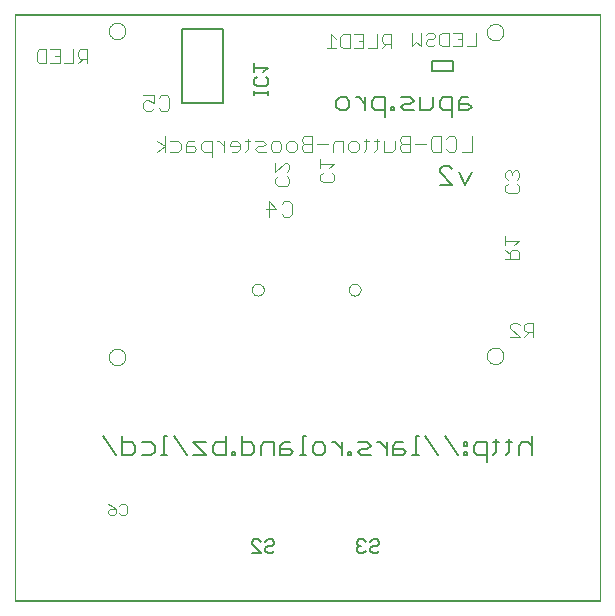
<source format=gbo>
G75*
G70*
%OFA0B0*%
%FSLAX24Y24*%
%IPPOS*%
%LPD*%
%AMOC8*
5,1,8,0,0,1.08239X$1,22.5*
%
%ADD10C,0.0000*%
%ADD11C,0.0040*%
%ADD12C,0.0060*%
%ADD13C,0.0050*%
%ADD14C,0.0030*%
D10*
X000736Y000100D02*
X000736Y019663D01*
X020252Y019663D01*
X020250Y019628D02*
X020250Y000128D01*
X000750Y000128D01*
X000750Y019628D01*
X020250Y019628D01*
X016477Y019071D02*
X016479Y019104D01*
X016485Y019136D01*
X016494Y019167D01*
X016507Y019197D01*
X016524Y019225D01*
X016544Y019251D01*
X016567Y019275D01*
X016592Y019295D01*
X016620Y019313D01*
X016649Y019327D01*
X016680Y019337D01*
X016712Y019344D01*
X016745Y019347D01*
X016778Y019346D01*
X016810Y019341D01*
X016841Y019332D01*
X016872Y019320D01*
X016900Y019304D01*
X016927Y019285D01*
X016951Y019263D01*
X016972Y019238D01*
X016991Y019211D01*
X017006Y019182D01*
X017017Y019152D01*
X017025Y019120D01*
X017029Y019087D01*
X017029Y019055D01*
X017025Y019022D01*
X017017Y018990D01*
X017006Y018960D01*
X016991Y018931D01*
X016972Y018904D01*
X016951Y018879D01*
X016927Y018857D01*
X016900Y018838D01*
X016872Y018822D01*
X016841Y018810D01*
X016810Y018801D01*
X016778Y018796D01*
X016745Y018795D01*
X016712Y018798D01*
X016680Y018805D01*
X016649Y018815D01*
X016620Y018829D01*
X016592Y018847D01*
X016567Y018867D01*
X016544Y018891D01*
X016524Y018917D01*
X016507Y018945D01*
X016494Y018975D01*
X016485Y019006D01*
X016479Y019038D01*
X016477Y019071D01*
X011871Y010489D02*
X011873Y010516D01*
X011879Y010543D01*
X011888Y010569D01*
X011901Y010593D01*
X011917Y010616D01*
X011936Y010635D01*
X011958Y010652D01*
X011982Y010666D01*
X012007Y010676D01*
X012034Y010683D01*
X012061Y010686D01*
X012089Y010685D01*
X012116Y010680D01*
X012142Y010672D01*
X012166Y010660D01*
X012189Y010644D01*
X012210Y010626D01*
X012227Y010605D01*
X012242Y010581D01*
X012253Y010556D01*
X012261Y010530D01*
X012265Y010503D01*
X012265Y010475D01*
X012261Y010448D01*
X012253Y010422D01*
X012242Y010397D01*
X012227Y010373D01*
X012210Y010352D01*
X012189Y010334D01*
X012167Y010318D01*
X012142Y010306D01*
X012116Y010298D01*
X012089Y010293D01*
X012061Y010292D01*
X012034Y010295D01*
X012007Y010302D01*
X011982Y010312D01*
X011958Y010326D01*
X011936Y010343D01*
X011917Y010362D01*
X011901Y010385D01*
X011888Y010409D01*
X011879Y010435D01*
X011873Y010462D01*
X011871Y010489D01*
X008643Y010489D02*
X008645Y010516D01*
X008651Y010543D01*
X008660Y010569D01*
X008673Y010593D01*
X008689Y010616D01*
X008708Y010635D01*
X008730Y010652D01*
X008754Y010666D01*
X008779Y010676D01*
X008806Y010683D01*
X008833Y010686D01*
X008861Y010685D01*
X008888Y010680D01*
X008914Y010672D01*
X008938Y010660D01*
X008961Y010644D01*
X008982Y010626D01*
X008999Y010605D01*
X009014Y010581D01*
X009025Y010556D01*
X009033Y010530D01*
X009037Y010503D01*
X009037Y010475D01*
X009033Y010448D01*
X009025Y010422D01*
X009014Y010397D01*
X008999Y010373D01*
X008982Y010352D01*
X008961Y010334D01*
X008939Y010318D01*
X008914Y010306D01*
X008888Y010298D01*
X008861Y010293D01*
X008833Y010292D01*
X008806Y010295D01*
X008779Y010302D01*
X008754Y010312D01*
X008730Y010326D01*
X008708Y010343D01*
X008689Y010362D01*
X008673Y010385D01*
X008660Y010409D01*
X008651Y010435D01*
X008645Y010462D01*
X008643Y010489D01*
X003879Y008245D02*
X003881Y008278D01*
X003887Y008310D01*
X003896Y008341D01*
X003909Y008371D01*
X003926Y008399D01*
X003946Y008425D01*
X003969Y008449D01*
X003994Y008469D01*
X004022Y008487D01*
X004051Y008501D01*
X004082Y008511D01*
X004114Y008518D01*
X004147Y008521D01*
X004180Y008520D01*
X004212Y008515D01*
X004243Y008506D01*
X004274Y008494D01*
X004302Y008478D01*
X004329Y008459D01*
X004353Y008437D01*
X004374Y008412D01*
X004393Y008385D01*
X004408Y008356D01*
X004419Y008326D01*
X004427Y008294D01*
X004431Y008261D01*
X004431Y008229D01*
X004427Y008196D01*
X004419Y008164D01*
X004408Y008134D01*
X004393Y008105D01*
X004374Y008078D01*
X004353Y008053D01*
X004329Y008031D01*
X004302Y008012D01*
X004274Y007996D01*
X004243Y007984D01*
X004212Y007975D01*
X004180Y007970D01*
X004147Y007969D01*
X004114Y007972D01*
X004082Y007979D01*
X004051Y007989D01*
X004022Y008003D01*
X003994Y008021D01*
X003969Y008041D01*
X003946Y008065D01*
X003926Y008091D01*
X003909Y008119D01*
X003896Y008149D01*
X003887Y008180D01*
X003881Y008212D01*
X003879Y008245D01*
X000736Y000100D02*
X020252Y000100D01*
X016477Y008284D02*
X016479Y008317D01*
X016485Y008349D01*
X016494Y008380D01*
X016507Y008410D01*
X016524Y008438D01*
X016544Y008464D01*
X016567Y008488D01*
X016592Y008508D01*
X016620Y008526D01*
X016649Y008540D01*
X016680Y008550D01*
X016712Y008557D01*
X016745Y008560D01*
X016778Y008559D01*
X016810Y008554D01*
X016841Y008545D01*
X016872Y008533D01*
X016900Y008517D01*
X016927Y008498D01*
X016951Y008476D01*
X016972Y008451D01*
X016991Y008424D01*
X017006Y008395D01*
X017017Y008365D01*
X017025Y008333D01*
X017029Y008300D01*
X017029Y008268D01*
X017025Y008235D01*
X017017Y008203D01*
X017006Y008173D01*
X016991Y008144D01*
X016972Y008117D01*
X016951Y008092D01*
X016927Y008070D01*
X016900Y008051D01*
X016872Y008035D01*
X016841Y008023D01*
X016810Y008014D01*
X016778Y008009D01*
X016745Y008008D01*
X016712Y008011D01*
X016680Y008018D01*
X016649Y008028D01*
X016620Y008042D01*
X016592Y008060D01*
X016567Y008080D01*
X016544Y008104D01*
X016524Y008130D01*
X016507Y008158D01*
X016494Y008188D01*
X016485Y008219D01*
X016479Y008251D01*
X016477Y008284D01*
X003879Y019111D02*
X003881Y019144D01*
X003887Y019176D01*
X003896Y019207D01*
X003909Y019237D01*
X003926Y019265D01*
X003946Y019291D01*
X003969Y019315D01*
X003994Y019335D01*
X004022Y019353D01*
X004051Y019367D01*
X004082Y019377D01*
X004114Y019384D01*
X004147Y019387D01*
X004180Y019386D01*
X004212Y019381D01*
X004243Y019372D01*
X004274Y019360D01*
X004302Y019344D01*
X004329Y019325D01*
X004353Y019303D01*
X004374Y019278D01*
X004393Y019251D01*
X004408Y019222D01*
X004419Y019192D01*
X004427Y019160D01*
X004431Y019127D01*
X004431Y019095D01*
X004427Y019062D01*
X004419Y019030D01*
X004408Y019000D01*
X004393Y018971D01*
X004374Y018944D01*
X004353Y018919D01*
X004329Y018897D01*
X004302Y018878D01*
X004274Y018862D01*
X004243Y018850D01*
X004212Y018841D01*
X004180Y018836D01*
X004147Y018835D01*
X004114Y018838D01*
X004082Y018845D01*
X004051Y018855D01*
X004022Y018869D01*
X003994Y018887D01*
X003969Y018907D01*
X003946Y018931D01*
X003926Y018957D01*
X003909Y018985D01*
X003896Y019015D01*
X003887Y019046D01*
X003881Y019078D01*
X003879Y019111D01*
D11*
X003155Y018498D02*
X002925Y018498D01*
X002848Y018421D01*
X002848Y018268D01*
X002925Y018191D01*
X003155Y018191D01*
X003002Y018191D02*
X002848Y018038D01*
X002695Y018038D02*
X002388Y018038D01*
X002234Y018038D02*
X001927Y018038D01*
X001774Y018038D02*
X001544Y018038D01*
X001467Y018114D01*
X001467Y018421D01*
X001544Y018498D01*
X001774Y018498D01*
X001774Y018038D01*
X002081Y018268D02*
X002234Y018268D01*
X002234Y018498D02*
X001927Y018498D01*
X002234Y018498D02*
X002234Y018038D01*
X002695Y018038D02*
X002695Y018498D01*
X003155Y018498D02*
X003155Y018038D01*
X005024Y016973D02*
X005371Y016973D01*
X005371Y016713D01*
X005197Y016799D01*
X005110Y016799D01*
X005024Y016713D01*
X005024Y016539D01*
X005110Y016453D01*
X005284Y016453D01*
X005371Y016539D01*
X005539Y016539D02*
X005626Y016453D01*
X005800Y016453D01*
X005886Y016539D01*
X005886Y016886D01*
X005800Y016973D01*
X005626Y016973D01*
X005539Y016886D01*
X005753Y015608D02*
X005753Y015088D01*
X005922Y015088D02*
X006182Y015088D01*
X006269Y015174D01*
X006269Y015348D01*
X006182Y015434D01*
X005922Y015434D01*
X005753Y015261D02*
X005493Y015434D01*
X005753Y015261D02*
X005493Y015088D01*
X006437Y015088D02*
X006698Y015088D01*
X006784Y015174D01*
X006698Y015261D01*
X006437Y015261D01*
X006437Y015348D02*
X006437Y015088D01*
X006437Y015348D02*
X006524Y015434D01*
X006698Y015434D01*
X006953Y015348D02*
X006953Y015174D01*
X007040Y015088D01*
X007300Y015088D01*
X007300Y014914D02*
X007300Y015434D01*
X007040Y015434D01*
X006953Y015348D01*
X007470Y015434D02*
X007556Y015434D01*
X007730Y015261D01*
X007898Y015261D02*
X008245Y015261D01*
X008245Y015348D02*
X008159Y015434D01*
X007985Y015434D01*
X007898Y015348D01*
X007898Y015261D01*
X007985Y015088D02*
X008159Y015088D01*
X008245Y015174D01*
X008245Y015348D01*
X008416Y015434D02*
X008589Y015434D01*
X008502Y015521D02*
X008502Y015174D01*
X008416Y015088D01*
X008758Y015174D02*
X008845Y015261D01*
X009018Y015261D01*
X009105Y015348D01*
X009018Y015434D01*
X008758Y015434D01*
X008758Y015174D02*
X008845Y015088D01*
X009105Y015088D01*
X009273Y015174D02*
X009273Y015348D01*
X009360Y015434D01*
X009534Y015434D01*
X009620Y015348D01*
X009620Y015174D01*
X009534Y015088D01*
X009360Y015088D01*
X009273Y015174D01*
X009426Y014727D02*
X009426Y014420D01*
X009733Y014727D01*
X009809Y014727D01*
X009886Y014650D01*
X009886Y014497D01*
X009809Y014420D01*
X009809Y014266D02*
X009886Y014190D01*
X009886Y014036D01*
X009809Y013960D01*
X009502Y013960D01*
X009426Y014036D01*
X009426Y014190D01*
X009502Y014266D01*
X009720Y013433D02*
X009893Y013433D01*
X009980Y013346D01*
X009980Y012999D01*
X009893Y012913D01*
X009720Y012913D01*
X009633Y012999D01*
X009464Y013173D02*
X009117Y013173D01*
X009204Y012913D02*
X009204Y013433D01*
X009464Y013173D01*
X009633Y013346D02*
X009720Y013433D01*
X010924Y014153D02*
X010924Y014307D01*
X011000Y014384D01*
X010924Y014537D02*
X010924Y014844D01*
X010924Y014691D02*
X011384Y014691D01*
X011231Y014537D01*
X011307Y014384D02*
X011384Y014307D01*
X011384Y014153D01*
X011307Y014077D01*
X011000Y014077D01*
X010924Y014153D01*
X010652Y015088D02*
X010392Y015088D01*
X010305Y015174D01*
X010305Y015261D01*
X010392Y015348D01*
X010652Y015348D01*
X010820Y015348D02*
X011167Y015348D01*
X011336Y015348D02*
X011336Y015088D01*
X011336Y015348D02*
X011423Y015434D01*
X011683Y015434D01*
X011683Y015088D01*
X011852Y015174D02*
X011852Y015348D01*
X011938Y015434D01*
X012112Y015434D01*
X012199Y015348D01*
X012199Y015174D01*
X012112Y015088D01*
X011938Y015088D01*
X011852Y015174D01*
X012369Y015088D02*
X012456Y015174D01*
X012456Y015521D01*
X012542Y015434D02*
X012369Y015434D01*
X012713Y015434D02*
X012886Y015434D01*
X012799Y015521D02*
X012799Y015174D01*
X012713Y015088D01*
X013055Y015088D02*
X013055Y015434D01*
X013055Y015088D02*
X013315Y015088D01*
X013402Y015174D01*
X013402Y015434D01*
X013570Y015434D02*
X013570Y015521D01*
X013657Y015608D01*
X013917Y015608D01*
X013917Y015088D01*
X013657Y015088D01*
X013570Y015174D01*
X013570Y015261D01*
X013657Y015348D01*
X013917Y015348D01*
X014086Y015348D02*
X014433Y015348D01*
X014602Y015521D02*
X014602Y015174D01*
X014688Y015088D01*
X014949Y015088D01*
X014949Y015608D01*
X014688Y015608D01*
X014602Y015521D01*
X015117Y015521D02*
X015204Y015608D01*
X015378Y015608D01*
X015464Y015521D01*
X015464Y015174D01*
X015378Y015088D01*
X015204Y015088D01*
X015117Y015174D01*
X015633Y015088D02*
X015980Y015088D01*
X015980Y015608D01*
X017168Y014465D02*
X017091Y014388D01*
X017091Y014235D01*
X017168Y014158D01*
X017168Y014005D02*
X017091Y013928D01*
X017091Y013774D01*
X017168Y013698D01*
X017475Y013698D01*
X017551Y013774D01*
X017551Y013928D01*
X017475Y014005D01*
X017475Y014158D02*
X017551Y014235D01*
X017551Y014388D01*
X017475Y014465D01*
X017398Y014465D01*
X017321Y014388D01*
X017245Y014465D01*
X017168Y014465D01*
X017321Y014388D02*
X017321Y014312D01*
X017082Y012278D02*
X017082Y011971D01*
X017082Y011818D02*
X017236Y011664D01*
X017236Y011741D02*
X017236Y011511D01*
X017082Y011511D02*
X017543Y011511D01*
X017543Y011741D01*
X017466Y011818D01*
X017312Y011818D01*
X017236Y011741D01*
X017389Y011971D02*
X017543Y012125D01*
X017082Y012125D01*
X017339Y009373D02*
X017493Y009373D01*
X017570Y009296D01*
X017723Y009296D02*
X017723Y009143D01*
X017800Y009066D01*
X018030Y009066D01*
X017877Y009066D02*
X017723Y008913D01*
X017570Y008913D02*
X017263Y009219D01*
X017263Y009296D01*
X017339Y009373D01*
X017723Y009296D02*
X017800Y009373D01*
X018030Y009373D01*
X018030Y008913D01*
X017570Y008913D02*
X017263Y008913D01*
X013657Y015348D02*
X013570Y015434D01*
X010652Y015608D02*
X010652Y015088D01*
X010392Y015348D02*
X010305Y015434D01*
X010305Y015521D01*
X010392Y015608D01*
X010652Y015608D01*
X010136Y015348D02*
X010136Y015174D01*
X010049Y015088D01*
X009876Y015088D01*
X009789Y015174D01*
X009789Y015348D01*
X009876Y015434D01*
X010049Y015434D01*
X010136Y015348D01*
X007730Y015434D02*
X007730Y015088D01*
X011132Y018538D02*
X011438Y018538D01*
X011285Y018538D02*
X011285Y018998D01*
X011438Y018844D01*
X011592Y018921D02*
X011592Y018614D01*
X011669Y018538D01*
X011899Y018538D01*
X011899Y018998D01*
X011669Y018998D01*
X011592Y018921D01*
X012052Y018998D02*
X012359Y018998D01*
X012359Y018538D01*
X012052Y018538D01*
X012206Y018768D02*
X012359Y018768D01*
X012513Y018538D02*
X012820Y018538D01*
X012820Y018998D01*
X012973Y018921D02*
X012973Y018768D01*
X013050Y018691D01*
X013280Y018691D01*
X013127Y018691D02*
X012973Y018538D01*
X013280Y018538D02*
X013280Y018998D01*
X013050Y018998D01*
X012973Y018921D01*
X013975Y019060D02*
X013975Y018599D01*
X014129Y018753D01*
X014282Y018599D01*
X014282Y019060D01*
X014436Y018983D02*
X014512Y019060D01*
X014666Y019060D01*
X014743Y018983D01*
X014743Y018906D01*
X014666Y018830D01*
X014512Y018830D01*
X014436Y018753D01*
X014436Y018676D01*
X014512Y018599D01*
X014666Y018599D01*
X014743Y018676D01*
X014896Y018676D02*
X014896Y018983D01*
X014973Y019060D01*
X015203Y019060D01*
X015203Y018599D01*
X014973Y018599D01*
X014896Y018676D01*
X015356Y018599D02*
X015663Y018599D01*
X015663Y019060D01*
X015356Y019060D01*
X015510Y018830D02*
X015663Y018830D01*
X015817Y018599D02*
X016124Y018599D01*
X016124Y019060D01*
D12*
X015363Y018124D02*
X014637Y018124D01*
X014637Y017761D01*
X015363Y017761D01*
X015363Y018124D01*
X015325Y016900D02*
X015005Y016900D01*
X014898Y016793D01*
X014898Y016579D01*
X015005Y016473D01*
X015325Y016473D01*
X015543Y016473D02*
X015543Y016793D01*
X015650Y016900D01*
X015863Y016900D01*
X015863Y016686D02*
X015543Y016686D01*
X015543Y016473D02*
X015863Y016473D01*
X015970Y016579D01*
X015863Y016686D01*
X015325Y016900D02*
X015325Y016259D01*
X014681Y016579D02*
X014574Y016473D01*
X014254Y016473D01*
X014254Y016900D01*
X014036Y016793D02*
X013930Y016900D01*
X013609Y016900D01*
X013716Y016686D02*
X013930Y016686D01*
X014036Y016793D01*
X014036Y016473D02*
X013716Y016473D01*
X013609Y016579D01*
X013716Y016686D01*
X013392Y016579D02*
X013285Y016579D01*
X013285Y016473D01*
X013392Y016473D01*
X013392Y016579D01*
X013070Y016473D02*
X012749Y016473D01*
X012642Y016579D01*
X012642Y016793D01*
X012749Y016900D01*
X013070Y016900D01*
X013070Y016259D01*
X012425Y016473D02*
X012425Y016900D01*
X012425Y016686D02*
X012211Y016900D01*
X012105Y016900D01*
X011888Y016793D02*
X011888Y016579D01*
X011781Y016473D01*
X011568Y016473D01*
X011461Y016579D01*
X011461Y016793D01*
X011568Y016900D01*
X011781Y016900D01*
X011888Y016793D01*
X014681Y016900D02*
X014681Y016579D01*
X015005Y014613D02*
X015219Y014613D01*
X015325Y014506D01*
X015543Y014400D02*
X015756Y013973D01*
X015970Y014400D01*
X015325Y013973D02*
X014898Y014400D01*
X014898Y014506D01*
X015005Y014613D01*
X014898Y013973D02*
X015325Y013973D01*
X007681Y016713D02*
X007681Y019172D01*
X006319Y019172D01*
X006319Y016713D01*
X007681Y016713D01*
X007765Y005613D02*
X007765Y004973D01*
X007444Y004973D01*
X007338Y005079D01*
X007338Y005293D01*
X007444Y005400D01*
X007765Y005400D01*
X007980Y005079D02*
X007980Y004973D01*
X008087Y004973D01*
X008087Y005079D01*
X007980Y005079D01*
X008304Y004973D02*
X008625Y004973D01*
X008731Y005079D01*
X008731Y005293D01*
X008625Y005400D01*
X008304Y005400D01*
X008304Y005613D02*
X008304Y004973D01*
X008949Y004973D02*
X008949Y005293D01*
X009056Y005400D01*
X009376Y005400D01*
X009376Y004973D01*
X009594Y004973D02*
X009914Y004973D01*
X010021Y005079D01*
X009914Y005186D01*
X009594Y005186D01*
X009594Y005293D02*
X009594Y004973D01*
X009594Y005293D02*
X009700Y005400D01*
X009914Y005400D01*
X010343Y005613D02*
X010343Y004973D01*
X010237Y004973D02*
X010450Y004973D01*
X010668Y005079D02*
X010668Y005293D01*
X010775Y005400D01*
X010988Y005400D01*
X011095Y005293D01*
X011095Y005079D01*
X010988Y004973D01*
X010775Y004973D01*
X010668Y005079D01*
X010450Y005613D02*
X010343Y005613D01*
X011312Y005400D02*
X011418Y005400D01*
X011632Y005186D01*
X011632Y004973D02*
X011632Y005400D01*
X011847Y005079D02*
X011847Y004973D01*
X011954Y004973D01*
X011954Y005079D01*
X011847Y005079D01*
X012172Y005079D02*
X012278Y005186D01*
X012492Y005186D01*
X012599Y005293D01*
X012492Y005400D01*
X012172Y005400D01*
X012172Y005079D02*
X012278Y004973D01*
X012599Y004973D01*
X012816Y005400D02*
X012922Y005400D01*
X013136Y005186D01*
X013136Y004973D02*
X013136Y005400D01*
X013353Y005293D02*
X013353Y004973D01*
X013674Y004973D01*
X013780Y005079D01*
X013674Y005186D01*
X013353Y005186D01*
X013353Y005293D02*
X013460Y005400D01*
X013674Y005400D01*
X014103Y005613D02*
X014103Y004973D01*
X013997Y004973D02*
X014210Y004973D01*
X014210Y005613D02*
X014103Y005613D01*
X014428Y005613D02*
X014855Y004973D01*
X015499Y004973D02*
X015072Y005613D01*
X015715Y005400D02*
X015715Y005293D01*
X015822Y005293D01*
X015822Y005400D01*
X015715Y005400D01*
X016039Y005293D02*
X016039Y005079D01*
X016146Y004973D01*
X016466Y004973D01*
X016466Y004759D02*
X016466Y005400D01*
X016146Y005400D01*
X016039Y005293D01*
X015822Y005079D02*
X015822Y004973D01*
X015715Y004973D01*
X015715Y005079D01*
X015822Y005079D01*
X016682Y004973D02*
X016789Y005079D01*
X016789Y005506D01*
X016896Y005400D02*
X016682Y005400D01*
X017112Y005400D02*
X017325Y005400D01*
X017219Y005506D02*
X017219Y005079D01*
X017112Y004973D01*
X017543Y004973D02*
X017543Y005293D01*
X017650Y005400D01*
X017863Y005400D01*
X017970Y005293D01*
X017970Y005613D02*
X017970Y004973D01*
X007120Y004973D02*
X006693Y004973D01*
X006476Y004973D02*
X006048Y005613D01*
X005831Y005613D02*
X005724Y005613D01*
X005724Y004973D01*
X005831Y004973D02*
X005617Y004973D01*
X005401Y005079D02*
X005295Y004973D01*
X004974Y004973D01*
X004757Y005079D02*
X004757Y005293D01*
X004650Y005400D01*
X004330Y005400D01*
X004330Y005613D02*
X004330Y004973D01*
X004650Y004973D01*
X004757Y005079D01*
X004974Y005400D02*
X005295Y005400D01*
X005401Y005293D01*
X005401Y005079D01*
X004112Y004973D02*
X003685Y005613D01*
X006693Y005400D02*
X007120Y004973D01*
X007120Y005400D02*
X006693Y005400D01*
D13*
X008710Y002168D02*
X008860Y002168D01*
X008935Y002093D01*
X009096Y002093D02*
X009171Y002168D01*
X009321Y002168D01*
X009396Y002093D01*
X009396Y002018D01*
X009321Y001943D01*
X009171Y001943D01*
X009096Y001868D01*
X009096Y001793D01*
X009171Y001718D01*
X009321Y001718D01*
X009396Y001793D01*
X008935Y001718D02*
X008635Y002018D01*
X008635Y002093D01*
X008710Y002168D01*
X008635Y001718D02*
X008935Y001718D01*
X012135Y001793D02*
X012210Y001718D01*
X012360Y001718D01*
X012435Y001793D01*
X012596Y001793D02*
X012671Y001718D01*
X012821Y001718D01*
X012896Y001793D01*
X012821Y001943D02*
X012671Y001943D01*
X012596Y001868D01*
X012596Y001793D01*
X012821Y001943D02*
X012896Y002018D01*
X012896Y002093D01*
X012821Y002168D01*
X012671Y002168D01*
X012596Y002093D01*
X012435Y002093D02*
X012360Y002168D01*
X012210Y002168D01*
X012135Y002093D01*
X012135Y002018D01*
X012210Y001943D01*
X012135Y001868D01*
X012135Y001793D01*
X012210Y001943D02*
X012285Y001943D01*
X009175Y016968D02*
X009175Y017118D01*
X009175Y017043D02*
X008725Y017043D01*
X008725Y016968D02*
X008725Y017118D01*
X008800Y017274D02*
X008725Y017350D01*
X008725Y017500D01*
X008800Y017575D01*
X008725Y017735D02*
X008725Y018035D01*
X008725Y017885D02*
X009175Y017885D01*
X009025Y017735D01*
X009100Y017575D02*
X009175Y017500D01*
X009175Y017350D01*
X009100Y017274D01*
X008800Y017274D01*
D14*
X004410Y003353D02*
X004472Y003291D01*
X004472Y003044D01*
X004410Y002983D01*
X004286Y002983D01*
X004225Y003044D01*
X004103Y003044D02*
X004042Y002983D01*
X003918Y002983D01*
X003856Y003044D01*
X003856Y003106D01*
X003918Y003168D01*
X004103Y003168D01*
X004103Y003044D01*
X004103Y003168D02*
X003980Y003291D01*
X003856Y003353D01*
X004225Y003291D02*
X004286Y003353D01*
X004410Y003353D01*
M02*

</source>
